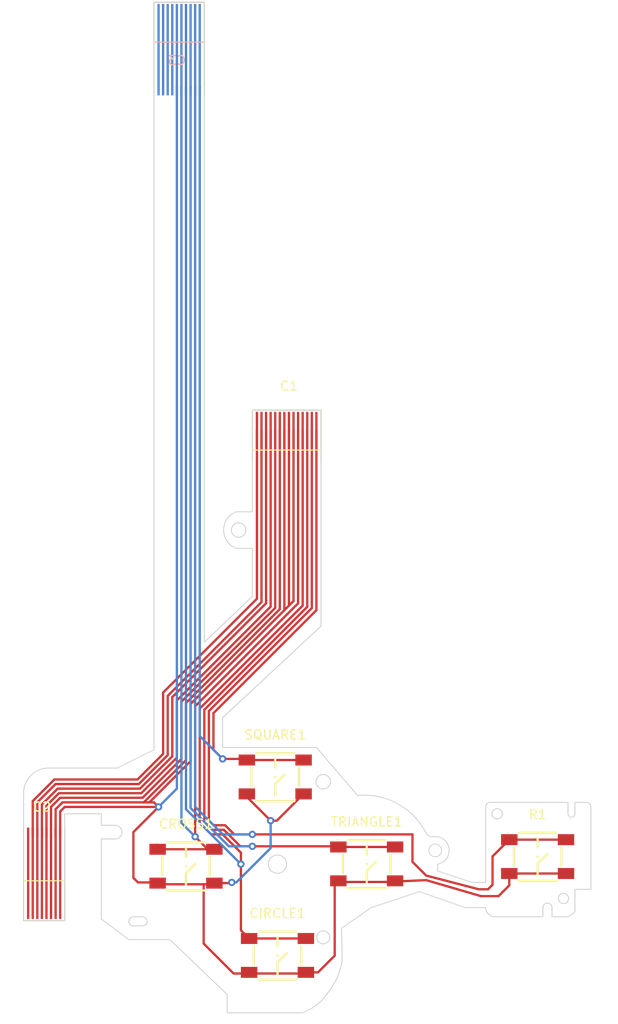
<source format=kicad_pcb>
(kicad_pcb (version 20221018) (generator pcbnew)
  (layers (0 "F.Cu" signal) (31 "B.Cu" signal) (34 "B.Paste" user) (35 "F.Paste" user) (36 "B.SilkS" user "B.Silkscreen") (37 "F.SilkS" user "F.Silkscreen") (38 "B.Mask" user) (39 "F.Mask" user) (44 "Edge.Cuts" user))
  (net 0 "")
  (net 1 "/Square")
  (net 2 "/R1")
  (net 3 "/Triangle")
  (net 4 "/Circle")
  (net 5 "/cross")
  (net 6 "/gnd")
  (net 7 "/one")
  (net 8 "/tw")
  (net 9 "/three")
  (net 10 "/four")
  (net 11 "/five")
  (footprint "consolizer:flex_long_8" (layer "F.Cu") (at 74.25 107.432042)
    (fp_text reference "C2" (at -2.5 0.817958) (layer "F.SilkS"))
    (fp_text value "flex-conector_8_1")
    (fp_line (start -4.5 8.887043) (end -4.5 13.247043) (stroke (width 0.12)) (layer "F.SilkS"))
    (fp_line (start 0 8.887958) (end -4.5 8.887043) (stroke (width 0.12)) (layer "F.SilkS"))
    (fp_line (start 0 8.887958) (end 0 13.247958) (stroke (width 0.12)) (layer "F.SilkS"))
    (fp_line (start 0 13.247958) (end -4.5 13.247043) (stroke (width 0.12)) (layer "F.SilkS"))
    (fp_line (start -4.5 3.067043) (end -4.5 13.247043) (stroke (width 0.12)) (layer "Edge.Cuts"))
    (fp_line (start 0 3.067958) (end 0 13.247958) (stroke (width 0.12)) (layer "Edge.Cuts"))
    (fp_line (start 0 13.247958) (end -4.5 13.247043) (stroke (width 0.12)) (layer "Edge.Cuts"))
    (pad "1" smd custom (at -0.5 4.067958 180) (size 0.25 2) (layers "F.Cu") (net 6 "/gnd") (options (clearance outline) (anchor rect)) (primitives (gr_poly (pts (xy 0.125 -1) (xy -0.125 -1) (xy -0.125 -9) (xy 0.125 -9)) (width 0) (fill yes))))
    (pad "2" smd custom (at -1 4.067958 180) (size 0.25 2) (layers "F.Cu") (net 6 "/gnd") (options (clearance outline) (anchor rect)) (primitives (gr_poly (pts (xy 0.125 -1) (xy -0.125 -1) (xy -0.125 -9) (xy 0.125 -9)) (width 0) (fill yes))))
    (pad "3" smd custom (at -1.5 4.067958 180) (size 0.25 2) (layers "F.Cu") (net 7 "/one") (options (clearance outline) (anchor rect)) (primitives (gr_poly (pts (xy 0.125 -1) (xy -0.125 -1) (xy -0.125 -9) (xy 0.125 -9)) (width 0) (fill yes))))
    (pad "4" smd custom (at -2 4.067958 180) (size 0.25 2) (layers "F.Cu") (net 8 "/tw") (options (clearance outline) (anchor rect)) (primitives (gr_poly (pts (xy 0.125 -1) (xy -0.125 -1) (xy -0.125 -9) (xy 0.125 -9)) (width 0) (fill yes))))
    (pad "5" smd custom (at -2.5 4.067958 180) (size 0.25 2) (layers "F.Cu") (net 9 "/three") (options (clearance outline) (anchor rect)) (primitives (gr_poly (pts (xy 0.125 -1) (xy -0.125 -1) (xy -0.125 -9) (xy 0.125 -9)) (width 0) (fill yes))))
    (pad "6" smd custom (at -3 4.067958 180) (size 0.25 2) (layers "F.Cu") (net 10 "/four") (options (clearance outline) (anchor rect)) (primitives (gr_poly (pts (xy 0.125 -1) (xy -0.125 -1) (xy -0.125 -9) (xy 0.125 -9)) (width 0) (fill yes))))
    (pad "7" smd custom (at -3.5 4.067958 180) (size 0.25 2) (layers "F.Cu") (net 11 "/five") (options (clearance outline) (anchor rect)) (primitives (gr_poly (pts (xy 0.125 -1) (xy -0.125 -1) (xy -0.125 -9) (xy 0.125 -9)) (width 0) (fill yes))))
    (pad "8" smd custom (at -4 4.067958 180) (size 0.25 2) (layers "F.Cu") (options (clearance outline) (anchor rect)) (primitives (gr_poly (pts (xy 0.125 -1) (xy -0.125 -1) (xy -0.125 -9) (xy 0.125 -9)) (width 0) (fill yes))))
  )
  (footprint "JLCPCB_footprint:KEY-SMD_4P-L5.2-W5.2-P3.70-LS6.4" (layer "F.Cu") (at 87.5 114.75)
    (fp_text reference "CROSS1" (at 0 -4.625006) (layer "F.SilkS"))
    (fp_text value "K2-1187SQ-E4SW-06")
    (fp_line (start -2.6 -1.043929) (end -2.6 0.993917) (stroke (width 0.254)) (layer "F.SilkS"))
    (fp_line (start -2.086843 2.625006) (end 2.086843 2.625006) (stroke (width 0.254)) (layer "F.SilkS"))
    (fp_line (start -2.024994 -2.625006) (end 2.024994 -2.625006) (stroke (width 0.254)) (layer "F.SilkS"))
    (fp_line (start 0 -2.05701) (end 0 -1.041008) (stroke (width 0.254)) (layer "F.SilkS"))
    (fp_line (start 0 0.736995) (end 1.016002 -0.279007) (stroke (width 0.254)) (layer "F.SilkS"))
    (fp_line (start 0 2.006998) (end 0 0.736995) (stroke (width 0.254)) (layer "F.SilkS"))
    (fp_line (start 2.6 0.993917) (end 2.6 -1.043929) (stroke (width 0.254)) (layer "F.SilkS"))
    (fp_circle (center -3.2 -2.624879) (end -3.170003 -2.624879) (stroke (width 0.059995)) (fill none) (layer "F.SilkS"))
    (pad "1" smd rect (at -3.100076 -1.874892) (size 1.8 1.199898) (layers "F.Cu" "F.Paste" "F.Mask") (net 5 "/cross"))
    (pad "2" smd rect (at 3.100076 -1.874892) (size 1.8 1.199898) (layers "F.Cu" "F.Paste" "F.Mask") (net 5 "/cross"))
    (pad "3" smd rect (at -3.100076 1.825133) (size 1.8 1.199898) (layers "F.Cu" "F.Paste" "F.Mask") (net 6 "/gnd"))
    (pad "4" smd rect (at 3.100076 1.825133) (size 1.8 1.199898) (layers "F.Cu" "F.Paste" "F.Mask") (net 6 "/gnd"))
  )
  (footprint "consolizer:flex_long_14" (layer "F.Cu") (at 98.625 67.075)
    (fp_text reference "C1" (at 0.125253 -4.825) (layer "F.SilkS"))
    (fp_text value "flex-conector_14")
    (fp_line (start -3.874493 -2.18) (end 3.625 -2.179085) (stroke (width 0.12)) (layer "F.SilkS"))
    (fp_line (start -3.874493 2.18) (end -3.874493 -2.18) (stroke (width 0.12)) (layer "F.SilkS"))
    (fp_line (start -3.874493 2.18) (end 3.625 2.180915) (stroke (width 0.12)) (layer "F.SilkS"))
    (fp_line (start 3.625 2.180915) (end 3.625 -2.179085) (stroke (width 0.12)) (layer "F.SilkS"))
    (fp_line (start -3.875 -2.18) (end 3.625 -2.179085) (stroke (width 0.12)) (layer "Edge.Cuts"))
    (fp_line (start -3.874493 3.5) (end -3.874493 -2.18) (stroke (width 0.12)) (layer "Edge.Cuts"))
    (fp_line (start 3.625 3.5) (end 3.625 -2.179085) (stroke (width 0.12)) (layer "Edge.Cuts"))
    (pad "1" smd rect (at -3.375 0) (size 0.25 4) (layers "F.Cu" "F.Paste" "F.Mask") (net 11 "/five"))
    (pad "2" smd rect (at -2.875 0) (size 0.25 4) (layers "F.Cu" "F.Paste" "F.Mask") (net 10 "/four"))
    (pad "3" smd rect (at -2.375 0) (size 0.25 4) (layers "F.Cu" "F.Paste" "F.Mask") (net 9 "/three"))
    (pad "4" smd rect (at -1.875 0) (size 0.25 4) (layers "F.Cu" "F.Paste" "F.Mask") (net 8 "/tw"))
    (pad "5" smd rect (at -1.375 0) (size 0.25 4) (layers "F.Cu" "F.Paste" "F.Mask") (net 7 "/one"))
    (pad "6" smd rect (at -0.875 0) (size 0.25 4) (layers "F.Cu" "F.Paste" "F.Mask") (net 6 "/gnd"))
    (pad "7" smd rect (at -0.375 0) (size 0.25 4) (layers "F.Cu" "F.Paste" "F.Mask") (net 6 "/gnd"))
    (pad "8" smd rect (at 0.125 0) (size 0.25 4) (layers "F.Cu" "F.Paste" "F.Mask") (net 6 "/gnd"))
    (pad "9" smd rect (at 0.625 0) (size 0.25 4) (layers "F.Cu" "F.Paste" "F.Mask") (net 6 "/gnd"))
    (pad "10" smd rect (at 1.125 0) (size 0.25 4) (layers "F.Cu" "F.Paste" "F.Mask") (net 5 "/cross"))
    (pad "11" smd rect (at 1.625 0) (size 0.25 4) (layers "F.Cu" "F.Paste" "F.Mask") (net 4 "/Circle"))
    (pad "12" smd rect (at 2.125 0) (size 0.25 4) (layers "F.Cu" "F.Paste" "F.Mask") (net 3 "/Triangle"))
    (pad "13" smd rect (at 2.625 0) (size 0.25 4) (layers "F.Cu" "F.Paste" "F.Mask") (net 2 "/R1"))
    (pad "14" smd rect (at 3.125 0) (size 0.25 4) (layers "F.Cu" "F.Paste" "F.Mask") (net 1 "/Square"))
  )
  (footprint "JLCPCB_footprint:KEY-SMD_4P-L5.2-W5.2-P3.70-LS6.4" (layer "F.Cu") (at 97.5 124.5)
    (fp_text reference "CIRCLE1" (at 0 -4.625006) (layer "F.SilkS"))
    (fp_text value "K2-1187SQ-E4SW-06")
    (fp_line (start -2.6 -1.043929) (end -2.6 0.993917) (stroke (width 0.254)) (layer "F.SilkS"))
    (fp_line (start -2.086843 2.625006) (end 2.086843 2.625006) (stroke (width 0.254)) (layer "F.SilkS"))
    (fp_line (start -2.024994 -2.625006) (end 2.024994 -2.625006) (stroke (width 0.254)) (layer "F.SilkS"))
    (fp_line (start 0 -2.05701) (end 0 -1.041008) (stroke (width 0.254)) (layer "F.SilkS"))
    (fp_line (start 0 0.736995) (end 1.016002 -0.279007) (stroke (width 0.254)) (layer "F.SilkS"))
    (fp_line (start 0 2.006998) (end 0 0.736995) (stroke (width 0.254)) (layer "F.SilkS"))
    (fp_line (start 2.6 0.993917) (end 2.6 -1.043929) (stroke (width 0.254)) (layer "F.SilkS"))
    (fp_circle (center -3.2 -2.624879) (end -3.170003 -2.624879) (stroke (width 0.059995)) (fill none) (layer "F.SilkS"))
    (pad "1" smd rect (at -3.100076 -1.874892) (size 1.8 1.199898) (layers "F.Cu" "F.Paste" "F.Mask") (net 4 "/Circle"))
    (pad "2" smd rect (at 3.100076 -1.874892) (size 1.8 1.199898) (layers "F.Cu" "F.Paste" "F.Mask") (net 4 "/Circle"))
    (pad "3" smd rect (at -3.100076 1.825133) (size 1.8 1.199898) (layers "F.Cu" "F.Paste" "F.Mask") (net 6 "/gnd"))
    (pad "4" smd rect (at 3.100076 1.825133) (size 1.8 1.199898) (layers "F.Cu" "F.Paste" "F.Mask") (net 6 "/gnd"))
  )
  (footprint "JLCPCB_footprint:KEY-SMD_4P-L5.2-W5.2-P3.70-LS6.4" (layer "F.Cu") (at 97.25 105)
    (fp_text reference "SQUARE1" (at 0 -4.625006) (layer "F.SilkS"))
    (fp_text value "K2-1187SQ-E4SW-06")
    (fp_line (start -2.6 -1.043929) (end -2.6 0.993917) (stroke (width 0.254)) (layer "F.SilkS"))
    (fp_line (start -2.086843 2.625006) (end 2.086843 2.625006) (stroke (width 0.254)) (layer "F.SilkS"))
    (fp_line (start -2.024994 -2.625006) (end 2.024994 -2.625006) (stroke (width 0.254)) (layer "F.SilkS"))
    (fp_line (start 0 -2.05701) (end 0 -1.041008) (stroke (width 0.254)) (layer "F.SilkS"))
    (fp_line (start 0 0.736995) (end 1.016002 -0.279007) (stroke (width 0.254)) (layer "F.SilkS"))
    (fp_line (start 0 2.006998) (end 0 0.736995) (stroke (width 0.254)) (layer "F.SilkS"))
    (fp_line (start 2.6 0.993917) (end 2.6 -1.043929) (stroke (width 0.254)) (layer "F.SilkS"))
    (fp_circle (center -3.2 -2.624879) (end -3.170003 -2.624879) (stroke (width 0.059995)) (fill none) (layer "F.SilkS"))
    (pad "1" smd rect (at -3.100076 -1.874892) (size 1.8 1.199898) (layers "F.Cu" "F.Paste" "F.Mask") (net 1 "/Square"))
    (pad "2" smd rect (at 3.100076 -1.874892) (size 1.8 1.199898) (layers "F.Cu" "F.Paste" "F.Mask") (net 1 "/Square"))
    (pad "3" smd rect (at -3.100076 1.825133) (size 1.8 1.199898) (layers "F.Cu" "F.Paste" "F.Mask") (net 6 "/gnd"))
    (pad "4" smd rect (at 3.100076 1.825133) (size 1.8 1.199898) (layers "F.Cu" "F.Paste" "F.Mask") (net 6 "/gnd"))
  )
  (footprint "JLCPCB_footprint:KEY-SMD_4P-L5.2-W5.2-P3.70-LS6.4" (layer "F.Cu") (at 107.25 114.5)
    (fp_text reference "TRIANGLE1" (at 0 -4.625006) (layer "F.SilkS"))
    (fp_text value "K2-1187SQ-E4SW-06")
    (fp_line (start -2.6 -1.043929) (end -2.6 0.993917) (stroke (width 0.254)) (layer "F.SilkS"))
    (fp_line (start -2.086843 2.625006) (end 2.086843 2.625006) (stroke (width 0.254)) (layer "F.SilkS"))
    (fp_line (start -2.024994 -2.625006) (end 2.024994 -2.625006) (stroke (width 0.254)) (layer "F.SilkS"))
    (fp_line (start 0 -2.05701) (end 0 -1.041008) (stroke (width 0.254)) (layer "F.SilkS"))
    (fp_line (start 0 0.736995) (end 1.016002 -0.279007) (stroke (width 0.254)) (layer "F.SilkS"))
    (fp_line (start 0 2.006998) (end 0 0.736995) (stroke (width 0.254)) (layer "F.SilkS"))
    (fp_line (start 2.6 0.993917) (end 2.6 -1.043929) (stroke (width 0.254)) (layer "F.SilkS"))
    (fp_circle (center -3.2 -2.624879) (end -3.170003 -2.624879) (stroke (width 0.059995)) (fill none) (layer "F.SilkS"))
    (pad "1" smd rect (at -3.100076 -1.874892) (size 1.8 1.199898) (layers "F.Cu" "F.Paste" "F.Mask") (net 3 "/Triangle"))
    (pad "2" smd rect (at 3.100076 -1.874892) (size 1.8 1.199898) (layers "F.Cu" "F.Paste" "F.Mask") (net 3 "/Triangle"))
    (pad "3" smd rect (at -3.100076 1.825133) (size 1.8 1.199898) (layers "F.Cu" "F.Paste" "F.Mask") (net 6 "/gnd"))
    (pad "4" smd rect (at 3.100076 1.825133) (size 1.8 1.199898) (layers "F.Cu" "F.Paste" "F.Mask") (net 6 "/gnd"))
  )
  (footprint "JLCPCB_footprint:KEY-SMD_4P-L5.2-W5.2-P3.70-LS6.4" (layer "F.Cu") (at 125.930023 113.699962)
    (fp_text reference "R1" (at 0 -4.625006) (layer "F.SilkS"))
    (fp_text value "K2-1187SQ-E4SW-06")
    (fp_line (start -2.6 -1.043929) (end -2.6 0.993917) (stroke (width 0.254)) (layer "F.SilkS"))
    (fp_line (start -2.086843 2.625006) (end 2.086843 2.625006) (stroke (width 0.254)) (layer "F.SilkS"))
    (fp_line (start -2.024994 -2.625006) (end 2.024994 -2.625006) (stroke (width 0.254)) (layer "F.SilkS"))
    (fp_line (start 0 -2.05701) (end 0 -1.041008) (stroke (width 0.254)) (layer "F.SilkS"))
    (fp_line (start 0 0.736995) (end 1.016002 -0.279007) (stroke (width 0.254)) (layer "F.SilkS"))
    (fp_line (start 0 2.006998) (end 0 0.736995) (stroke (width 0.254)) (layer "F.SilkS"))
    (fp_line (start 2.6 0.993917) (end 2.6 -1.043929) (stroke (width 0.254)) (layer "F.SilkS"))
    (fp_circle (center -3.2 -2.624879) (end -3.170003 -2.624879) (stroke (width 0.059995)) (fill none) (layer "F.SilkS"))
    (pad "1" smd rect (at -3.100076 -1.874892) (size 1.8 1.199898) (layers "F.Cu" "F.Paste" "F.Mask") (net 2 "/R1"))
    (pad "2" smd rect (at 3.100076 -1.874892) (size 1.8 1.199898) (layers "F.Cu" "F.Paste" "F.Mask") (net 2 "/R1"))
    (pad "3" smd rect (at -3.100076 1.825133) (size 1.8 1.199898) (layers "F.Cu" "F.Paste" "F.Mask") (net 6 "/gnd"))
    (pad "4" smd rect (at 3.100076 1.825133) (size 1.8 1.199898) (layers "F.Cu" "F.Paste" "F.Mask") (net 6 "/gnd"))
  )
  (footprint "consolizer:flex_long_10" (layer "B.Cu") (at 86.5 24.5 180)
    (fp_text reference "C3" (at -0.000507 -2.180457) (layer "B.SilkS") (effects (justify mirror)))
    (fp_text value "flex-conector_10")
    (fp_line (start -3 -0.18) (end -3 4.18) (stroke (width 0.12)) (layer "B.SilkS"))
    (fp_line (start -3 -0.18) (end 2.498986 -0.180915) (stroke (width 0.12)) (layer "B.SilkS"))
    (fp_line (start -3 4.18) (end 2.498986 4.179085) (stroke (width 0.12)) (layer "B.SilkS"))
    (fp_line (start 2.498986 -0.180915) (end 2.498986 4.179085) (stroke (width 0.12)) (layer "B.SilkS"))
    (fp_line (start -3 -6) (end -3 4.18) (stroke (width 0.12)) (layer "Edge.Cuts"))
    (fp_line (start -3 4.18) (end 2.5 4.179085) (stroke (width 0.12)) (layer "Edge.Cuts"))
    (fp_line (start 2.5 -6.000915) (end 2.5 4.179085) (stroke (width 0.12)) (layer "Edge.Cuts"))
    (pad "1" smd custom (at -2.5 -5 180) (size 0.25 2) (layers "B.Cu") (net 1 "/Square") (options (clearance outline) (anchor rect)) (primitives (gr_poly (pts (xy 0.125 1) (xy -0.125 1) (xy -0.125 9) (xy 0.125 9)) (width 0) (fill yes))))
    (pad "2" smd custom (at -2 -5 180) (size 0.25 2) (layers "B.Cu") (net 2 "/R1") (options (clearance outline) (anchor rect)) (primitives (gr_poly (pts (xy 0.125 1) (xy -0.125 1) (xy -0.125 9) (xy 0.125 9)) (width 0) (fill yes))))
    (pad "3" smd custom (at -1.5 -5 180) (size 0.25 2) (layers "B.Cu") (net 3 "/Triangle") (options (clearance outline) (anchor rect)) (primitives (gr_poly (pts (xy 0.125 1) (xy -0.125 1) (xy -0.125 9) (xy 0.125 9)) (width 0) (fill yes))))
    (pad "4" smd custom (at -1 -5 180) (size 0.25 2) (layers "B.Cu") (net 4 "/Circle") (options (clearance outline) (anchor rect)) (primitives (gr_poly (pts (xy 0.125 1) (xy -0.125 1) (xy -0.125 9) (xy 0.125 9)) (width 0) (fill yes))))
    (pad "5" smd custom (at -0.5 -5 180) (size 0.25 2) (layers "B.Cu") (net 5 "/cross") (options (clearance outline) (anchor rect)) (primitives (gr_poly (pts (xy 0.125 1) (xy -0.125 1) (xy -0.125 9) (xy 0.125 9)) (width 0) (fill yes))))
    (pad "6" smd custom (at 0 -5 180) (size 0.25 2) (layers "B.Cu") (net 6 "/gnd") (options (clearance outline) (anchor rect)) (primitives (gr_poly (pts (xy 0.125 1) (xy -0.125 1) (xy -0.125 9) (xy 0.125 9)) (width 0) (fill yes))))
    (pad "7" smd custom (at 0.5 -5 180) (size 0.25 2) (layers "B.Cu") (options (clearance outline) (anchor rect)) (primitives (gr_poly (pts (xy 0.125 1) (xy -0.125 1) (xy -0.125 9) (xy 0.125 9)) (width 0) (fill yes))))
    (pad "8" smd custom (at 1 -5 180) (size 0.25 2) (layers "B.Cu") (options (clearance outline) (anchor rect)) (primitives (gr_poly (pts (xy 0.125 1) (xy -0.125 1) (xy -0.125 9) (xy 0.125 9)) (width 0) (fill yes))))
    (pad "9" smd custom (at 1.5 -5 180) (size 0.25 2) (layers "B.Cu") (options (clearance outline) (anchor rect)) (primitives (gr_poly (pts (xy 0.125 1) (xy -0.125 1) (xy -0.125 9) (xy 0.125 9)) (width 0) (fill yes))))
    (pad "10" smd custom (at 2 -5 180) (size 0.25 2) (layers "B.Cu") (options (clearance outline) (anchor rect)) (primitives (gr_poly (pts (xy 0.125 1) (xy -0.125 1) (xy -0.125 9) (xy 0.125 9)) (width 0) (fill yes))))
  )
  (gr_circle (center 125.929896 113.699962) (end 125.929896 113.699962) (stroke (width 0.15)) (fill none) (layer "F.SilkS"))
  (gr_circle (center 97.249873 105) (end 97.249873 105) (stroke (width 0.15)) (fill none) (layer "F.SilkS"))
  (gr_circle (center 97.499873 124.5) (end 97.499873 124.5) (stroke (width 0.15)) (fill none) (layer "F.SilkS"))
  (gr_circle (center 107.249873 114.5) (end 107.249873 114.5) (stroke (width 0.15)) (fill none) (layer "F.SilkS"))
  (gr_circle (center 87.499873 114.75) (end 87.499873 114.75) (stroke (width 0.15)) (fill none) (layer "F.SilkS"))
  (gr_line (start 126.5 120.25) (end 121.25 120.25) (stroke (width 0.1)) (layer "Edge.Cuts"))
  (gr_arc (start 82.75 120.25) (mid 83.25 120.75) (end 82.75 121.25) (stroke (width 0.1)) (layer "Edge.Cuts"))
  (gr_line (start 69.75 106.75) (end 69.75 110.5) (stroke (width 0.1)) (layer "Edge.Cuts"))
  (gr_line (start 120 119.25) (end 118 119.25) (stroke (width 0.1)) (layer "Edge.Cuts"))
  (gr_circle (center 93.25 78) (end 92.5 77.75) (stroke (width 0.1)) (fill none) (layer "Edge.Cuts"))
  (gr_line (start 89.5 90.25) (end 89.5 90) (stroke (width 0.1)) (layer "Edge.Cuts"))
  (gr_line (start 113.791215 111.230156) (end 114.25 111.5) (stroke (width 0.1)) (layer "Edge.Cuts"))
  (gr_line (start 81.75 120.25) (end 82.75 120.25) (stroke (width 0.1)) (layer "Edge.Cuts"))
  (gr_line (start 130 117.25) (end 130 119.75) (stroke (width 0.1)) (layer "Edge.Cuts"))
  (gr_arc (start 81.75 121.25) (mid 81.25 120.75) (end 81.75 120.25) (stroke (width 0.1)) (layer "Edge.Cuts"))
  (gr_arc (start 93 79.999999) (mid 91.614 78) (end 93 76.000001) (stroke (width 0.1)) (layer "Edge.Cuts"))
  (gr_line (start 131.25 107.75) (end 130 107.75) (stroke (width 0.1)) (layer "Edge.Cuts"))
  (gr_line (start 104.5 121.5) (end 107.75 119.25) (stroke (width 0.1)) (layer "Edge.Cuts"))
  (gr_line (start 93 80) (end 94.75 80) (stroke (width 0.1)) (layer "Edge.Cuts"))
  (gr_line (start 102.25 88.5) (end 102.249746 70.575) (stroke (width 0.1)) (layer "Edge.Cuts"))
  (gr_line (start 72.5 104) (end 80 104) (stroke (width 0.1)) (layer "Edge.Cuts"))
  (gr_arc (start 120.25 108.25) (mid 120.396447 107.896447) (end 120.75 107.75) (stroke (width 0.1)) (layer "Edge.Cuts"))
  (gr_arc (start 121.25 120.25) (mid 120.542893 119.957107) (end 120.25 119.25) (stroke (width 0.1)) (layer "Edge.Cuts"))
  (gr_line (start 78.25 120.5) (end 78.25 111.75) (stroke (width 0.1)) (layer "Edge.Cuts"))
  (gr_line (start 129.25 109) (end 129.25 107.75) (stroke (width 0.1)) (layer "Edge.Cuts"))
  (gr_line (start 101.25 130.25) (end 100.25 130.75) (stroke (width 0.1)) (layer "Edge.Cuts"))
  (gr_circle (center 102.5 105.5) (end 101.75 105.25) (stroke (width 0.1)) (fill none) (layer "Edge.Cuts"))
  (gr_circle (center 121.5 109) (end 121 109.25) (stroke (width 0.1)) (fill none) (layer "Edge.Cuts"))
  (gr_line (start 115 115.25) (end 118.75 116.5) (stroke (width 0.1)) (layer "Edge.Cuts"))
  (gr_arc (start 69.75 106.75) (mid 70.555456 104.805456) (end 72.5 104) (stroke (width 0.1)) (layer "Edge.Cuts"))
  (gr_line (start 92 128.75) (end 85.75 122.75) (stroke (width 0.1)) (layer "Edge.Cuts"))
  (gr_line (start 82.75 121.25) (end 81.75 121.25) (stroke (width 0.1)) (layer "Edge.Cuts"))
  (gr_line (start 84 95.499771) (end 84 102) (stroke (width 0.1)) (layer "Edge.Cuts"))
  (gr_line (start 80 104) (end 84 102) (stroke (width 0.1)) (layer "Edge.Cuts"))
  (gr_line (start 131.75 117.25) (end 130 117.25) (stroke (width 0.1)) (layer "Edge.Cuts"))
  (gr_line (start 104.5 125.5) (end 104 127) (stroke (width 0.1)) (layer "Edge.Cuts"))
  (gr_line (start 94.75 80) (end 94.75 85.25) (stroke (width 0.1)) (layer "Edge.Cuts"))
  (gr_line (start 104 127) (end 103.25 128.25) (stroke (width 0.1)) (layer "Edge.Cuts"))
  (gr_arc (start 79.75 110.25) (mid 80.5 111) (end 79.75 111.75) (stroke (width 0.1)) (layer "Edge.Cuts"))
  (gr_line (start 91.5 98.5) (end 91.5 101.75) (stroke (width 0.1)) (layer "Edge.Cuts"))
  (gr_line (start 94.75 76) (end 93 76) (stroke (width 0.1)) (layer "Edge.Cuts"))
  (gr_line (start 103.25 128.25) (end 102.25 129.5) (stroke (width 0.1)) (layer "Edge.Cuts"))
  (gr_line (start 78.25 109) (end 74.25 109) (stroke (width 0.1)) (layer "Edge.Cuts"))
  (gr_line (start 104.565072 125) (end 104.5 121.5) (stroke (width 0.1)) (layer "Edge.Cuts"))
  (gr_line (start 114.25 111.5) (end 115 111.500001) (stroke (width 0.1)) (layer "Edge.Cuts"))
  (gr_line (start 102.25 88.5) (end 91.5 98.5) (stroke (width 0.1)) (layer "Edge.Cuts"))
  (gr_circle (center 114.734492 113) (end 114.25 113.5) (stroke (width 0.1)) (fill none) (layer "Edge.Cuts"))
  (gr_line (start 94.75 85.25) (end 89.5 90.25) (stroke (width 0.1)) (layer "Edge.Cuts"))
  (gr_circle (center 128.75 118.25) (end 128.5 118.75) (stroke (width 0.1)) (fill none) (layer "Edge.Cuts"))
  (gr_line (start 120.25 119.25) (end 120 119.25) (stroke (width 0.1)) (layer "Edge.Cuts"))
  (gr_line (start 100.25 130.75) (end 92 130.75) (stroke (width 0.1)) (layer "Edge.Cuts"))
  (gr_arc (start 126.5 119.25) (mid 127 118.75) (end 127.5 119.25) (stroke (width 0.1)) (layer "Edge.Cuts"))
  (gr_line (start 79.75 110.25) (end 78.25 110.25) (stroke (width 0.1)) (layer "Edge.Cuts"))
  (gr_line (start 78.25 111.75) (end 79.75 111.75) (stroke (width 0.1)) (layer "Edge.Cuts"))
  (gr_line (start 131.75 108.25) (end 131.75 117.25) (stroke (width 0.1)) (layer "Edge.Cuts"))
  (gr_line (start 85.75 122.75) (end 81.25 122.75) (stroke (width 0.1)) (layer "Edge.Cuts"))
  (gr_line (start 115 114.5) (end 115 115.25) (stroke (width 0.1)) (layer "Edge.Cuts"))
  (gr_line (start 104.565072 125) (end 104.5 125.5) (stroke (width 0.1)) (layer "Edge.Cuts"))
  (gr_line (start 106.25 107.000001) (end 101.75 101.75) (stroke (width 0.1)) (layer "Edge.Cuts"))
  (gr_arc (start 130 109) (mid 129.625 109.375) (end 129.25 109) (stroke (width 0.1)) (layer "Edge.Cuts"))
  (gr_line (start 120.75 107.75) (end 129.25 107.75) (stroke (width 0.1)) (layer "Edge.Cuts"))
  (gr_line (start 107.75 119.25) (end 113 117.5) (stroke (width 0.1)) (layer "Edge.Cuts"))
  (gr_line (start 81.25 122.75) (end 78.25 120.5) (stroke (width 0.1)) (layer "Edge.Cuts"))
  (gr_line (start 118.75 116.5) (end 120.25 116.5) (stroke (width 0.1)) (layer "Edge.Cuts"))
  (gr_arc (start 106.25 107.000001) (mid 110.687495 107.926199) (end 113.791215 111.230156) (stroke (width 0.1)) (layer "Edge.Cuts"))
  (gr_line (start 89.5 90) (end 89.5 85.75) (stroke (width 0.1)) (layer "Edge.Cuts"))
  (gr_line (start 84 30.500915) (end 84 95.499771) (stroke (width 0.1)) (layer "Edge.Cuts"))
  (gr_line (start 127.5 120.25) (end 127.5 119.25) (stroke (width 0.1)) (layer "Edge.Cuts"))
  (gr_line (start 74.25 109) (end 74.25 110.499085) (stroke (width 0.1)) (layer "Edge.Cuts"))
  (gr_arc (start 115 111.500001) (mid 116.257815 113) (end 115 114.499999) (stroke (width 0.1)) (layer "Edge.Cuts"))
  (gr_line (start 101.75 101.75) (end 91.5 101.75) (stroke (width 0.1)) (layer "Edge.Cuts"))
  (gr_line (start 89.5 85.75) (end 89.5 30.5) (stroke (width 0.1)) (layer "Edge.Cuts"))
  (gr_circle (center 102.5 122.5) (end 102 122) (stroke (width 0.1)) (fill none) (layer "Edge.Cuts"))
  (gr_line (start 130 107.75) (end 130 109) (stroke (width 0.1)) (layer "Edge.Cuts"))
  (gr_line (start 129.25 120.25) (end 127.5 120.25) (stroke (width 0.1)) (layer "Edge.Cuts"))
  (gr_line (start 130 119.75) (end 129.25 120.25) (stroke (width 0.1)) (layer "Edge.Cuts"))
  (gr_line (start 118 119.25) (end 113 117.5) (stroke (width 0.1)) (layer "Edge.Cuts"))
  (gr_circle (center 97.5 114.5) (end 96.5 114.5) (stroke (width 0.1)) (fill none) (layer "Edge.Cuts"))
  (gr_line (start 102.25 129.5) (end 101.25 130.25) (stroke (width 0.1)) (layer "Edge.Cuts"))
  (gr_line (start 94.75 76) (end 94.750253 70.575) (stroke (width 0.1)) (layer "Edge.Cuts"))
  (gr_line (start 120.25 116.5) (end 120.25 108.25) (stroke (width 0.1)) (layer "Edge.Cuts"))
  (gr_arc (start 131.25 107.75) (mid 131.603553 107.896447) (end 131.75 108.25) (stroke (width 0.1)) (layer "Edge.Cuts"))
  (gr_line (start 78.25 110.25) (end 78.25 109) (stroke (width 0.1)) (layer "Edge.Cuts"))
  (gr_line (start 126.5 119.25) (end 126.5 120.25) (stroke (width 0.1)) (layer "Edge.Cuts"))
  (gr_line (start 92 130.75) (end 92 128.75) (stroke (width 0.1)) (layer "Edge.Cuts"))
  (segment (start 90.5 98) (end 90.5 102) (width 0.25) (layer "F.Cu") (net 1))
  (segment (start 101.75 67.075) (end 101.75 86.75) (width 0.25) (layer "F.Cu") (net 1))
  (segment (start 94.024816 103) (end 94.149924 103.125108) (width 0.25) (layer "F.Cu") (net 1))
  (segment (start 91.5 103) (end 94.024816 103) (width 0.25) (layer "F.Cu") (net 1))
  (segment (start 90.5 102) (end 91.5 103) (width 0.25) (layer "F.Cu") (net 1))
  (segment (start 101.75 86.75) (end 90.5 98) (width 0.25) (layer "F.Cu") (net 1))
  (segment (start 94.149924 103.125108) (end 100.350076 103.125108) (width 0.25) (layer "F.Cu") (net 1))
  (via (at 91.5 103) (size 0.8) (drill 0.4) (layers "F.Cu" "B.Cu") (net 1))
  (segment (start 89 100.5) (end 91.5 103) (width 0.25) (layer "B.Cu") (net 1))
  (segment (start 89 29.5) (end 89 100.5) (width 0.25) (layer "B.Cu") (net 1))
  (segment (start 113.75 115.75) (end 119.5 117.25) (width 0.25) (layer "F.Cu") (net 2))
  (segment (start 119.5 117.25) (end 120.5 117.25) (width 0.25) (layer "F.Cu") (net 2))
  (segment (start 120.5 117.25) (end 121 116.75) (width 0.25) (layer "F.Cu") (net 2))
  (segment (start 121 116.75) (end 121 113.655017) (width 0.25) (layer "F.Cu") (net 2))
  (segment (start 90.522792 110.25) (end 91.772792 110.25) (width 0.25) (layer "F.Cu") (net 2))
  (segment (start 90 97.772792) (end 90 109.727208) (width 0.25) (layer "F.Cu") (net 2))
  (segment (start 90 109.727208) (end 90.522792 110.25) (width 0.25) (layer "F.Cu") (net 2))
  (segment (start 112.25 111.25) (end 112.25 114.25) (width 0.25) (layer "F.Cu") (net 2))
  (segment (start 121 113.655017) (end 122.829947 111.82507) (width 0.25) (layer "F.Cu") (net 2))
  (segment (start 91.772792 110.25) (end 92.772792 111.25) (width 0.25) (layer "F.Cu") (net 2))
  (segment (start 101.25 86.522792) (end 90 97.772792) (width 0.25) (layer "F.Cu") (net 2))
  (segment (start 94.75 111.25) (end 112.25 111.25) (width 0.25) (layer "F.Cu") (net 2))
  (segment (start 101.25 67.075) (end 101.25 86.522792) (width 0.25) (layer "F.Cu") (net 2))
  (segment (start 112.25 114.25) (end 113.75 115.75) (width 0.25) (layer "F.Cu") (net 2))
  (segment (start 92.772792 111.25) (end 94.75 111.25) (width 0.25) (layer "F.Cu") (net 2))
  (segment (start 122.829947 111.82507) (end 129.030099 111.82507) (width 0.25) (layer "F.Cu") (net 2))
  (via (at 94.75 111.25) (size 0.8) (drill 0.4) (layers "F.Cu" "B.Cu") (net 2))
  (segment (start 88.5 29.5) (end 88.5 108.227208) (width 0.25) (layer "B.Cu") (net 2))
  (segment (start 88.5 108.227208) (end 91.522792 111.25) (width 0.25) (layer "B.Cu") (net 2))
  (segment (start 91.522792 111.25) (end 94.75 111.25) (width 0.25) (layer "B.Cu") (net 2))
  (segment (start 100.75 67.075) (end 100.75 86.386396) (width 0.25) (layer "F.Cu") (net 3))
  (segment (start 94.75 112.550038) (end 104.074854 112.550038) (width 0.25) (layer "F.Cu") (net 3))
  (segment (start 89.5 97.636396) (end 89.5 109.863604) (width 0.25) (layer "F.Cu") (net 3))
  (segment (start 90.386396 110.75) (end 91.636396 110.75) (width 0.25) (layer "F.Cu") (net 3))
  (segment (start 104.074854 112.550038) (end 104.149924 112.625108) (width 0.25) (layer "F.Cu") (net 3))
  (segment (start 100.75 86.386396) (end 89.5 97.636396) (width 0.25) (layer "F.Cu") (net 3))
  (segment (start 93.436434 112.550038) (end 94.75 112.550038) (width 0.25) (layer "F.Cu") (net 3))
  (segment (start 89.5 109.863604) (end 90.386396 110.75) (width 0.25) (layer "F.Cu") (net 3))
  (segment (start 104.149924 112.625108) (end 110.350076 112.625108) (width 0.25) (layer "F.Cu") (net 3))
  (segment (start 91.636396 110.75) (end 93.436434 112.550038) (width 0.25) (layer "F.Cu") (net 3))
  (via (at 94.75 112.550038) (size 0.8) (drill 0.4) (layers "F.Cu" "B.Cu") (net 3))
  (segment (start 88 108.363604) (end 92.186434 112.550038) (width 0.25) (layer "B.Cu") (net 3))
  (segment (start 92.186434 112.550038) (end 94.75 112.550038) (width 0.25) (layer "B.Cu") (net 3))
  (segment (start 88 29.5) (end 88 108.363604) (width 0.25) (layer "B.Cu") (net 3))
  (segment (start 94.699962 112.5) (end 94.75 112.550038) (width 0.25) (layer "B.Cu") (net 3))
  (segment (start 91.5 111.25) (end 93.5 113.25) (width 0.25) (layer "F.Cu") (net 4))
  (segment (start 90.25 111.25) (end 91.5 111.25) (width 0.25) (layer "F.Cu") (net 4))
  (segment (start 93.5 114.5) (end 93.5 121.725184) (width 0.25) (layer "F.Cu") (net 4))
  (segment (start 100.25 67.075) (end 100.25 86.25) (width 0.25) (layer "F.Cu") (net 4))
  (segment (start 89 110) (end 90.25 111.25) (width 0.25) (layer "F.Cu") (net 4))
  (segment (start 93.5 121.725184) (end 94.399924 122.625108) (width 0.25) (layer "F.Cu") (net 4))
  (segment (start 100.25 86.25) (end 89 97.5) (width 0.25) (layer "F.Cu") (net 4))
  (segment (start 89 97.5) (end 89 110) (width 0.25) (layer "F.Cu") (net 4))
  (segment (start 93.5 113.25) (end 93.5 114.5) (width 0.25) (layer "F.Cu") (net 4))
  (segment (start 94.399924 122.625108) (end 100.600076 122.625108) (width 0.25) (layer "F.Cu") (net 4))
  (via (at 93.5 114.5) (size 0.8) (drill 0.4) (layers "F.Cu" "B.Cu") (net 4))
  (segment (start 87.5 108.5) (end 93.5 114.5) (width 0.25) (layer "B.Cu") (net 4))
  (segment (start 87.5 29.5) (end 87.5 108.5) (width 0.25) (layer "B.Cu") (net 4))
  (segment (start 88.5 97.25) (end 88.5 111.5) (width 0.25) (layer "F.Cu") (net 5))
  (segment (start 84.399924 112.875108) (end 90.600076 112.875108) (width 0.25) (layer "F.Cu") (net 5))
  (segment (start 88.5 111.5) (end 89.875108 112.875108) (width 0.25) (layer "F.Cu") (net 5))
  (segment (start 89.875108 112.875108) (end 90.600076 112.875108) (width 0.25) (layer "F.Cu") (net 5))
  (segment (start 99.75 86) (end 88.5 97.25) (width 0.25) (layer "F.Cu") (net 5))
  (segment (start 99.75 67.075) (end 99.75 86) (width 0.25) (layer "F.Cu") (net 5))
  (via (at 88.5 111.5) (size 0.8) (drill 0.4) (layers "F.Cu" "B.Cu") (net 5))
  (segment (start 87 110) (end 88.5 111.5) (width 0.25) (layer "B.Cu") (net 5))
  (segment (start 87 29.5) (end 87 110) (width 0.25) (layer "B.Cu") (net 5))
  (segment (start 122.829947 115.525095) (end 129.030099 115.525095) (width 0.25) (layer "F.Cu") (net 6))
  (segment (start 98.25 86.75) (end 88 97) (width 0.25) (layer "F.Cu") (net 6))
  (segment (start 99.25 67.075) (end 99.25 85.75) (width 0.25) (layer "F.Cu") (net 6))
  (segment (start 84.525007 116.700216) (end 84.399924 116.575133) (width 0.25) (layer "F.Cu") (net 6))
  (segment (start 73.25 108.5) (end 74 107.75) (width 0.25) (layer "F.Cu") (net 6))
  (segment (start 90.600076 116.575133) (end 92.424867 116.575133) (width 0.25) (layer "F.Cu") (net 6))
  (segment (start 90.474993 116.700216) (end 90.600076 116.575133) (width 0.25) (layer "F.Cu") (net 6))
  (segment (start 122.829947 116.820231) (end 122.829947 115.525095) (width 0.25) (layer "F.Cu") (net 6))
  (segment (start 92.424867 116.575133) (end 92.5 116.5) (width 0.25) (layer "F.Cu") (net 6))
  (segment (start 97.75 86.636396) (end 87.5 96.886396) (width 0.25) (layer "F.Cu") (net 6))
  (segment (start 88 103.25) (end 83.5 107.75) (width 0.25) (layer "F.Cu") (net 6))
  (segment (start 92.700216 126.450216) (end 100.474993 126.450216) (width 0.25) (layer "F.Cu") (net 6))
  (segment (start 96.75 109.75) (end 94.149924 107.149924) (width 0.25) (layer "F.Cu") (net 6))
  (segment (start 89.430023 116.700216) (end 84.525007 116.700216) (width 0.25) (layer "F.Cu") (net 6))
  (segment (start 87.5 103.136396) (end 82.886396 107.75) (width 0.25) (layer "F.Cu") (net 6))
  (segment (start 99.25 85.75) (end 98.75 86.25) (width 0.25) (layer "F.Cu") (net 6))
  (segment (start 100.600076 126.325133) (end 101.924867 126.325133) (width 0.25) (layer "F.Cu") (net 6))
  (segment (start 89.430023 116.700216) (end 89.430023 123.180023) (width 0.25) (layer "F.Cu") (net 6))
  (segment (start 103.75 116.725057) (end 104.149924 116.325133) (width 0.25) (layer "F.Cu") (net 6))
  (segment (start 89.430023 116.700216) (end 90.474993 116.700216) (width 0.25) (layer "F.Cu") (net 6))
  (segment (start 84.5 108.25) (end 81.75 111) (width 0.25) (layer "F.Cu") (net 6))
  (segment (start 121.650178 118) (end 122.829947 116.820231) (width 0.25) (layer "F.Cu") (net 6))
  (segment (start 84.5 108) (end 84.5 108.25) (width 0.25) (layer "F.Cu") (net 6))
  (segment (start 109.180023 116.450216) (end 113.75 116.25) (width 0.25) (layer "F.Cu") (net 6))
  (segment (start 88 97) (end 88 103.25) (width 0.25) (layer "F.Cu") (net 6))
  (segment (start 81.75 111) (end 81.75 116) (width 0.25) (layer "F.Cu") (net 6))
  (segment (start 74.25 108.25) (end 84.25 108.25) (width 0.25) (layer "F.Cu") (net 6))
  (segment (start 94.149924 107.149924) (end 94.149924 106.825133) (width 0.25) (layer "F.Cu") (net 6))
  (segment (start 84.25 108.25) (end 84.5 108) (width 0.25) (layer "F.Cu") (net 6))
  (segment (start 98.75 86.25) (end 98.25 86.75) (width 0.25) (layer "F.Cu") (net 6))
  (segment (start 73.25 111.5) (end 73.25 108.5) (width 0.25) (layer "F.Cu") (net 6))
  (segment (start 100.474993 126.450216) (end 100.600076 126.325133) (width 0.25) (layer "F.Cu") (net 6))
  (segment (start 101.924867 126.325133) (end 103.75 124.5) (width 0.25) (layer "F.Cu") (net 6))
  (segment (start 84.324791 116.5) (end 84.399924 116.575133) (width 0.25) (layer "F.Cu") (net 6))
  (segment (start 98.75 67.075) (end 98.75 86.25) (width 0.25) (layer "F.Cu") (net 6))
  (segment (start 73.75 108.75) (end 74.25 108.25) (width 0.25) (layer "F.Cu") (net 6))
  (segment (start 98.25 67.075) (end 98.25 86.75) (width 0.25) (layer "F.Cu") (net 6))
  (segment (start 82.25 116.5) (end 84.324791 116.5) (width 0.25) (layer "F.Cu") (net 6))
  (segment (start 84.5 108.25) (end 84 107.75) (width 0.25) (layer "F.Cu") (net 6))
  (segment (start 103.75 124.5) (end 103.75 116.725057) (width 0.25) (layer "F.Cu") (net 6))
  (segment (start 96.75 109.75) (end 97.425209 109.75) (width 0.25) (layer "F.Cu") (net 6))
  (segment (start 119.75 118) (end 121.650178 118) (width 0.25) (layer "F.Cu") (net 6))
  (segment (start 73.75 111.5) (end 73.75 108.75) (width 0.25) (layer "F.Cu") (net 6))
  (segment (start 97.425209 109.75) (end 100.350076 106.825133) (width 0.25) (layer "F.Cu") (net 6))
  (segment (start 87.5 96.886396) (end 87.5 103.136396) (width 0.25) (layer "F.Cu") (net 6))
  (segment (start 82.886396 107.75) (end 82.75 107.75) (width 0.25) (layer "F.Cu") (net 6))
  (segment (start 97.75 67.075) (end 97.75 86.636396) (width 0.25) (layer "F.Cu") (net 6))
  (segment (start 82.75 107.75) (end 83.25 107.75) (width 0.25) (layer "F.Cu") (net 6))
  (segment (start 113.75 116.25) (end 119.75 118) (width 0.25) (layer "F.Cu") (net 6))
  (segment (start 74 107.75) (end 82.75 107.75) (width 0.25) (layer "F.Cu") (net 6))
  (segment (start 89.430023 123.180023) (end 92.700216 126.450216) (width 0.25) (layer "F.Cu") (net 6))
  (segment (start 83.5 107.75) (end 83.25 107.75) (width 0.25) (layer "F.Cu") (net 6))
  (segment (start 81.75 116) (end 82.25 116.5) (width 0.25) (layer "F.Cu") (net 6))
  (segment (start 84 107.75) (end 83.25 107.75) (width 0.25) (layer "F.Cu") (net 6))
  (segment (start 105.049784 116.450216) (end 109.180023 116.450216) (width 0.25) (layer "F.Cu") (net 6))
  (via (at 92.5 116.5) (size 0.8) (drill 0.4) (layers "F.Cu" "B.Cu") (net 6))
  (via (at 96.75 109.75) (size 0.8) (drill 0.4) (layers "F.Cu" "B.Cu") (net 6))
  (via (at 84.5 108.25) (size 0.8) (drill 0.4) (layers "F.Cu" "B.Cu") (net 6))
  (segment (start 96.75 112.75) (end 93 116.5) (width 0.25) (layer "B.Cu") (net 6))
  (segment (start 96.75 109.75) (end 96.75 112.75) (width 0.25) (layer "B.Cu") (net 6))
  (segment (start 93 116.5) (end 92.5 116.5) (width 0.25) (layer "B.Cu") (net 6))
  (segment (start 86.5 106.25) (end 86.5 29.5) (width 0.25) (layer "B.Cu") (net 6))
  (segment (start 84.5 108.25) (end 86.5 106.25) (width 0.25) (layer "B.Cu") (net 6))
  (segment (start 97.25 86.5) (end 97.25 67.075) (width 0.25) (layer "F.Cu") (net 7))
  (segment (start 87 103) (end 87 96.75) (width 0.25) (layer "F.Cu") (net 7))
  (segment (start 82.75 107.25) (end 87 103) (width 0.25) (layer "F.Cu") (net 7))
  (segment (start 73.75 107.25) (end 82.75 107.25) (width 0.25) (layer "F.Cu") (net 7))
  (segment (start 72.75 108.25) (end 73.75 107.25) (width 0.25) (layer "F.Cu") (net 7))
  (segment (start 72.75 111.5) (end 72.75 108.25) (width 0.25) (layer "F.Cu") (net 7))
  (segment (start 87 96.75) (end 97.25 86.5) (width 0.25) (layer "F.Cu") (net 7))
  (segment (start 72.25 108.113604) (end 72.25 111.5) (width 0.25) (layer "F.Cu") (net 8))
  (segment (start 96.75 86.363604) (end 86.5 96.613604) (width 0.25) (layer "F.Cu") (net 8))
  (segment (start 82.613604 106.75) (end 73.613604 106.75) (width 0.25) (layer "F.Cu") (net 8))
  (segment (start 86.5 102.863604) (end 82.613604 106.75) (width 0.25) (layer "F.Cu") (net 8))
  (segment (start 73.613604 106.75) (end 72.25 108.113604) (width 0.25) (layer "F.Cu") (net 8))
  (segment (start 96.75 67.075) (end 96.75 86.363604) (width 0.25) (layer "F.Cu") (net 8))
  (segment (start 86.5 96.613604) (end 86.5 102.863604) (width 0.25) (layer "F.Cu") (net 8))
  (segment (start 71.75 111.5) (end 71.75 107.977208) (width 0.25) (layer "F.Cu") (net 9))
  (segment (start 82.477208 106.25) (end 86 102.727208) (width 0.25) (layer "F.Cu") (net 9))
  (segment (start 96.25 86) (end 96.25 67.075) (width 0.25) (layer "F.Cu") (net 9))
  (segment (start 73.477208 106.25) (end 82.477208 106.25) (width 0.25) (layer "F.Cu") (net 9))
  (segment (start 71.75 107.977208) (end 73.477208 106.25) (width 0.25) (layer "F.Cu") (net 9))
  (segment (start 86 96.25) (end 96.25 86) (width 0.25) (layer "F.Cu") (net 9))
  (segment (start 86 102.727208) (end 86 96.25) (width 0.25) (layer "F.Cu") (net 9))
  (segment (start 95.75 67.075) (end 95.75 85.863604) (width 0.25) (layer "F.Cu") (net 10))
  (segment (start 82.340812 105.75) (end 73.25 105.75) (width 0.25) (layer "F.Cu") (net 10))
  (segment (start 85.5 96.113604) (end 85.5 102.590812) (width 0.25) (layer "F.Cu") (net 10))
  (segment (start 73.25 105.75) (end 71.25 107.75) (width 0.25) (layer "F.Cu") (net 10))
  (segment (start 71.25 107.75) (end 71.25 111.5) (width 0.25) (layer "F.Cu") (net 10))
  (segment (start 85.5 102.590812) (end 82.340812 105.75) (width 0.25) (layer "F.Cu") (net 10))
  (segment (start 95.75 85.863604) (end 85.5 96.113604) (width 0.25) (layer "F.Cu") (net 10))
  (segment (start 85 95.75) (end 95.25 85.5) (width 0.25) (layer "F.Cu") (net 11))
  (segment (start 70.75 107.613604) (end 73.113604 105.25) (width 0.25) (layer "F.Cu") (net 11))
  (segment (start 95.25 85.5) (end 95.25 67.075) (width 0.25) (layer "F.Cu") (net 11))
  (segment (start 82.204416 105.25) (end 85 102.454416) (width 0.25) (layer "F.Cu") (net 11))
  (segment (start 70.75 111.5) (end 70.75 107.613604) (width 0.25) (layer "F.Cu") (net 11))
  (segment (start 85 102.454416) (end 85 95.75) (width 0.25) (layer "F.Cu") (net 11))
  (segment (start 73.113604 105.25) (end 82.204416 105.25) (width 0.25) (layer "F.Cu") (net 11))
)
</source>
